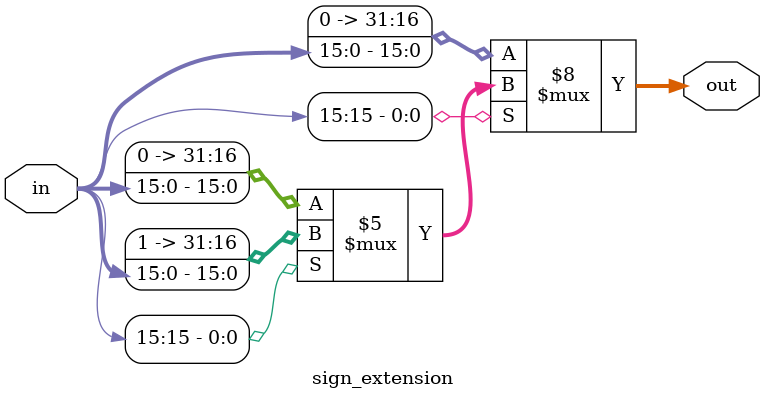
<source format=v>
module sign_extension(out, in);

    /* A 32-Bit output word */
    output  [31:0] out;
    
    /* A 16-Bit input word */
    input   [15:0] in;
	reg [31:0] out;

    /* Fill in the implementation here... */ 
    always@(in)
	 begin
		if (in[15] == 0) begin
			out <= {16'h0000 , in};
		end else begin
			if (in[15]==1)
			begin
			  out <= {16'hffff , in};
			end
			else 
			begin
			  out <= in;
			end
		end

	 end
endmodule
</source>
